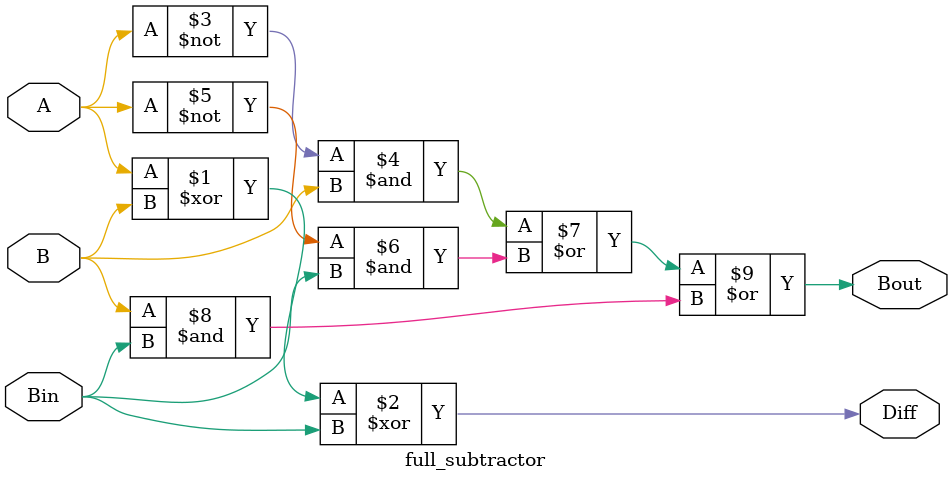
<source format=sv>
`timescale 1ns / 1ps

module full_subtractor(
    input A,    
    input B,    
    input Bin,  
    output Diff, 
    output Bout  
);

    // Boolean equation for Difference
    // Diff = A XOR B XOR Bin
    assign Diff = A ^ B ^ Bin;

    // Boolean equation for Borrow Out
    // Bout = (~A AND B) OR (~A AND Bin) OR (B AND Bin)
    assign Bout = (~A & B) | (~A & Bin) | (B & Bin);

endmodule // full_subtractor

</source>
